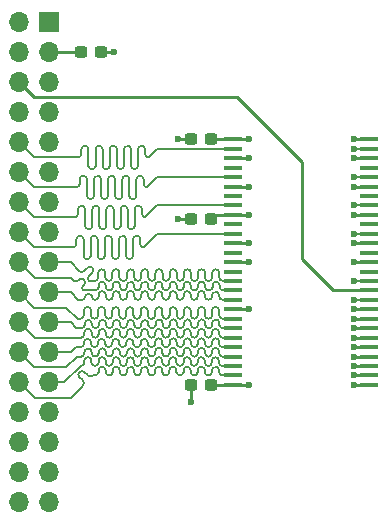
<source format=gtl>
G04 #@! TF.GenerationSoftware,KiCad,Pcbnew,6.0.1*
G04 #@! TF.CreationDate,2022-02-15T02:13:09-08:00*
G04 #@! TF.ProjectId,iCE40-SDRAM,69434534-302d-4534-9452-414d2e6b6963,rev?*
G04 #@! TF.SameCoordinates,Original*
G04 #@! TF.FileFunction,Copper,L1,Top*
G04 #@! TF.FilePolarity,Positive*
%FSLAX46Y46*%
G04 Gerber Fmt 4.6, Leading zero omitted, Abs format (unit mm)*
G04 Created by KiCad (PCBNEW 6.0.1) date 2022-02-15 02:13:09*
%MOMM*%
%LPD*%
G01*
G04 APERTURE LIST*
G04 Aperture macros list*
%AMRoundRect*
0 Rectangle with rounded corners*
0 $1 Rounding radius*
0 $2 $3 $4 $5 $6 $7 $8 $9 X,Y pos of 4 corners*
0 Add a 4 corners polygon primitive as box body*
4,1,4,$2,$3,$4,$5,$6,$7,$8,$9,$2,$3,0*
0 Add four circle primitives for the rounded corners*
1,1,$1+$1,$2,$3*
1,1,$1+$1,$4,$5*
1,1,$1+$1,$6,$7*
1,1,$1+$1,$8,$9*
0 Add four rect primitives between the rounded corners*
20,1,$1+$1,$2,$3,$4,$5,0*
20,1,$1+$1,$4,$5,$6,$7,0*
20,1,$1+$1,$6,$7,$8,$9,0*
20,1,$1+$1,$8,$9,$2,$3,0*%
G04 Aperture macros list end*
G04 #@! TA.AperFunction,SMDPad,CuDef*
%ADD10RoundRect,0.237500X-0.300000X-0.237500X0.300000X-0.237500X0.300000X0.237500X-0.300000X0.237500X0*%
G04 #@! TD*
G04 #@! TA.AperFunction,SMDPad,CuDef*
%ADD11RoundRect,0.237500X0.300000X0.237500X-0.300000X0.237500X-0.300000X-0.237500X0.300000X-0.237500X0*%
G04 #@! TD*
G04 #@! TA.AperFunction,SMDPad,CuDef*
%ADD12R,1.510000X0.458000*%
G04 #@! TD*
G04 #@! TA.AperFunction,ComponentPad*
%ADD13O,1.700000X1.700000*%
G04 #@! TD*
G04 #@! TA.AperFunction,ComponentPad*
%ADD14R,1.700000X1.700000*%
G04 #@! TD*
G04 #@! TA.AperFunction,ViaPad*
%ADD15C,0.600000*%
G04 #@! TD*
G04 #@! TA.AperFunction,Conductor*
%ADD16C,0.127000*%
G04 #@! TD*
G04 #@! TA.AperFunction,Conductor*
%ADD17C,0.254000*%
G04 #@! TD*
G04 APERTURE END LIST*
D10*
X128912500Y-57090000D03*
X127187500Y-57090000D03*
D11*
X138265000Y-85240000D03*
X136540000Y-85240000D03*
X136545000Y-71230000D03*
X138270000Y-71230000D03*
X138270000Y-64440000D03*
X136545000Y-64440000D03*
D12*
X140135000Y-64440000D03*
X140135000Y-65240000D03*
X140135000Y-66040000D03*
X140135000Y-66840000D03*
X140135000Y-67640000D03*
X140135000Y-68440000D03*
X140135000Y-69240000D03*
X140135000Y-70040000D03*
X140135000Y-70840000D03*
X140135000Y-71640000D03*
X140135000Y-72440000D03*
X140135000Y-73240000D03*
X140135000Y-74040000D03*
X140135000Y-74840000D03*
X140135000Y-75640000D03*
X140135000Y-76440000D03*
X140135000Y-77240000D03*
X140135000Y-78040000D03*
X140135000Y-78840000D03*
X140135000Y-79640000D03*
X140135000Y-80440000D03*
X140135000Y-81240000D03*
X140135000Y-82040000D03*
X140135000Y-82840000D03*
X140135000Y-83640000D03*
X140135000Y-84440000D03*
X140135000Y-85240000D03*
X151635000Y-85240000D03*
X151635000Y-84440000D03*
X151635000Y-83640000D03*
X151635000Y-82840000D03*
X151635000Y-82040000D03*
X151635000Y-81240000D03*
X151635000Y-80440000D03*
X151635000Y-79640000D03*
X151635000Y-78840000D03*
X151635000Y-78040000D03*
X151635000Y-77240000D03*
X151635000Y-76440000D03*
X151635000Y-75640000D03*
X151635000Y-74840000D03*
X151635000Y-74040000D03*
X151635000Y-73240000D03*
X151635000Y-72440000D03*
X151635000Y-71640000D03*
X151635000Y-70840000D03*
X151635000Y-70040000D03*
X151635000Y-69240000D03*
X151635000Y-68440000D03*
X151635000Y-67640000D03*
X151635000Y-66840000D03*
X151635000Y-66040000D03*
X151635000Y-65240000D03*
X151635000Y-64440000D03*
D13*
X122000000Y-95190000D03*
X124540000Y-95190000D03*
X122000000Y-92650000D03*
X124540000Y-92650000D03*
X122000000Y-90110000D03*
X124540000Y-90110000D03*
X122000000Y-87570000D03*
X124540000Y-87570000D03*
X122000000Y-85030000D03*
X124540000Y-85030000D03*
X122000000Y-82490000D03*
X124540000Y-82490000D03*
X122000000Y-79950000D03*
X124540000Y-79950000D03*
X122000000Y-77410000D03*
X124540000Y-77410000D03*
X122000000Y-74870000D03*
X124540000Y-74870000D03*
X122000000Y-72330000D03*
X124540000Y-72330000D03*
X122000000Y-69790000D03*
X124540000Y-69790000D03*
X122000000Y-67250000D03*
X124540000Y-67250000D03*
X122000000Y-64710000D03*
X124540000Y-64710000D03*
X122000000Y-62170000D03*
X124540000Y-62170000D03*
X122000000Y-59630000D03*
X124540000Y-59630000D03*
X122000000Y-57090000D03*
X124540000Y-57090000D03*
X122000000Y-54550000D03*
D14*
X124540000Y-54550000D03*
D15*
X136530000Y-86660000D03*
X135420000Y-71230000D03*
X135420000Y-64440000D03*
X130040000Y-57090000D03*
X150315000Y-84440000D03*
X150315000Y-83630000D03*
X150315000Y-82840000D03*
X150315000Y-82040000D03*
X150315000Y-81240000D03*
X150315000Y-80440000D03*
X150315000Y-79640000D03*
X150315000Y-78840000D03*
X150305000Y-78040000D03*
X150315000Y-76440000D03*
X150315000Y-72440000D03*
X150315000Y-70040000D03*
X150325000Y-67640000D03*
X150325000Y-65240000D03*
X141445000Y-66030000D03*
X150315000Y-64440000D03*
X150315000Y-66040000D03*
X150315000Y-68440000D03*
X150315000Y-70840000D03*
X150315000Y-73240000D03*
X150315000Y-74840000D03*
X150315000Y-85240000D03*
X141465000Y-85240000D03*
X141455000Y-78840000D03*
X141465000Y-74840000D03*
X141465000Y-70840000D03*
X141455000Y-73240000D03*
X141455000Y-68440000D03*
X141445000Y-64440000D03*
D16*
X132680000Y-71060000D02*
G75*
G02*
X132380000Y-70760000I0J300000D01*
G01*
X131780000Y-71760000D02*
X131780000Y-70360000D01*
X132380000Y-70360000D02*
X132380000Y-70760000D01*
X132080000Y-70060000D02*
G75*
G03*
X131780000Y-70360000I0J-300000D01*
G01*
X132380000Y-70360000D02*
G75*
G03*
X132080000Y-70060000I-300000J0D01*
G01*
X131920000Y-69220000D02*
G75*
G02*
X131620000Y-69520000I-300000J0D01*
G01*
X131920000Y-69220000D02*
X131920000Y-67820000D01*
X132520000Y-67820000D02*
G75*
G03*
X132220000Y-67520000I-300000J0D01*
G01*
X132220000Y-67520000D02*
G75*
G03*
X131920000Y-67820000I0J-300000D01*
G01*
X132520000Y-67820000D02*
X132520000Y-68220000D01*
X132820000Y-68520000D02*
G75*
G02*
X132520000Y-68220000I0J300000D01*
G01*
X131320000Y-67820000D02*
G75*
G03*
X131020000Y-67520000I-300000J0D01*
G01*
X131020000Y-67520000D02*
G75*
G03*
X130720000Y-67820000I0J-300000D01*
G01*
X130720000Y-69220000D02*
X130720000Y-67820000D01*
X131620000Y-69520000D02*
G75*
G02*
X131320000Y-69220000I0J300000D01*
G01*
X130420000Y-69520000D02*
G75*
G02*
X130120000Y-69220000I0J300000D01*
G01*
X130120000Y-67820000D02*
X130120000Y-69220000D01*
X133700000Y-67640000D02*
X140135000Y-67640000D01*
X130120000Y-67820000D02*
G75*
G03*
X129820000Y-67520000I-300000J0D01*
G01*
X131320000Y-67820000D02*
X131320000Y-69220000D01*
X130720000Y-69220000D02*
G75*
G02*
X130420000Y-69520000I-300000J0D01*
G01*
X129820000Y-67520000D02*
G75*
G03*
X129520000Y-67820000I0J-300000D01*
G01*
X129520000Y-69220000D02*
X129520000Y-67820000D01*
X129520000Y-69220000D02*
G75*
G02*
X129220000Y-69520000I-300000J0D01*
G01*
X129220000Y-69520000D02*
G75*
G02*
X128920000Y-69220000I0J300000D01*
G01*
X122000000Y-67250000D02*
X123270000Y-68520000D01*
X127120000Y-68220000D02*
X127120000Y-67820000D01*
X127120000Y-68220000D02*
G75*
G02*
X126820000Y-68520000I-300000J0D01*
G01*
X128920000Y-67820000D02*
X128920000Y-69220000D01*
X127720000Y-67820000D02*
X127720000Y-69220000D01*
X123270000Y-68520000D02*
X126820000Y-68520000D01*
X127420000Y-67520000D02*
G75*
G03*
X127120000Y-67820000I0J-300000D01*
G01*
X128020000Y-69520000D02*
G75*
G02*
X127720000Y-69220000I0J300000D01*
G01*
X128620000Y-67520000D02*
G75*
G03*
X128320000Y-67820000I0J-300000D01*
G01*
X127720000Y-67820000D02*
G75*
G03*
X127420000Y-67520000I-300000J0D01*
G01*
X128320000Y-69220000D02*
X128320000Y-67820000D01*
X132820000Y-68520000D02*
X133700000Y-67640000D01*
X128320000Y-69220000D02*
G75*
G02*
X128020000Y-69520000I-300000J0D01*
G01*
X128920000Y-67820000D02*
G75*
G03*
X128620000Y-67520000I-300000J0D01*
G01*
X135320000Y-77590000D02*
X135320000Y-77740000D01*
X135620000Y-78040000D02*
G75*
G02*
X135320000Y-77740000I0J300000D01*
G01*
X135920000Y-77740000D02*
G75*
G02*
X135620000Y-78040000I-300000J0D01*
G01*
X134720000Y-77740000D02*
X134720000Y-77590000D01*
X135320000Y-77590000D02*
G75*
G03*
X135020000Y-77290000I-300000J0D01*
G01*
X135920000Y-77740000D02*
X135920000Y-77590000D01*
X131720000Y-77590000D02*
X131720000Y-77740000D01*
X139220000Y-78040000D02*
X139270000Y-78040000D01*
X133820000Y-77290000D02*
G75*
G03*
X133520000Y-77590000I0J-300000D01*
G01*
X131420000Y-77290000D02*
G75*
G03*
X131120000Y-77590000I0J-300000D01*
G01*
X130220000Y-77290000D02*
G75*
G03*
X129920000Y-77590000I0J-300000D01*
G01*
X127820000Y-77540000D02*
X127920000Y-77540000D01*
X124540000Y-77410000D02*
X126340000Y-77410000D01*
X134720000Y-77740000D02*
G75*
G02*
X134420000Y-78040000I-300000J0D01*
G01*
X137420000Y-77290000D02*
G75*
G03*
X137120000Y-77590000I0J-300000D01*
G01*
X136820000Y-78040000D02*
G75*
G02*
X136520000Y-77740000I0J300000D01*
G01*
X137720000Y-77590000D02*
G75*
G03*
X137420000Y-77290000I-300000J0D01*
G01*
X132320000Y-77740000D02*
X132320000Y-77590000D01*
X129320000Y-77590000D02*
G75*
G03*
X129020000Y-77290000I-300000J0D01*
G01*
X138920000Y-77640000D02*
X138920000Y-77740000D01*
X138620000Y-77340000D02*
G75*
G03*
X138320000Y-77640000I0J-300000D01*
G01*
X135020000Y-77290000D02*
G75*
G03*
X134720000Y-77590000I0J-300000D01*
G01*
X138320000Y-77740000D02*
X138320000Y-77640000D01*
X131120000Y-77740000D02*
G75*
G02*
X130820000Y-78040000I-300000J0D01*
G01*
X126340000Y-77410000D02*
X126970000Y-78040000D01*
X136220000Y-77290000D02*
G75*
G03*
X135920000Y-77590000I0J-300000D01*
G01*
X139220000Y-78040000D02*
G75*
G02*
X138920000Y-77740000I0J300000D01*
G01*
X136520000Y-77590000D02*
X136520000Y-77740000D01*
X138320000Y-77740000D02*
G75*
G02*
X138020000Y-78040000I-300000J0D01*
G01*
X127820000Y-77540000D02*
G75*
G03*
X127570000Y-77790000I-1J-249999D01*
G01*
X130820000Y-78040000D02*
G75*
G02*
X130520000Y-77740000I0J300000D01*
G01*
X134420000Y-78040000D02*
G75*
G02*
X134120000Y-77740000I0J300000D01*
G01*
X137720000Y-77590000D02*
X137720000Y-77740000D01*
X131120000Y-77740000D02*
X131120000Y-77590000D01*
X130520000Y-77590000D02*
X130520000Y-77740000D01*
X134120000Y-77590000D02*
X134120000Y-77740000D01*
X138020000Y-78040000D02*
G75*
G02*
X137720000Y-77740000I0J300000D01*
G01*
X134120000Y-77590000D02*
G75*
G03*
X133820000Y-77290000I-300000J0D01*
G01*
X136520000Y-77590000D02*
G75*
G03*
X136220000Y-77290000I-300000J0D01*
G01*
X133520000Y-77740000D02*
X133520000Y-77590000D01*
X133520000Y-77740000D02*
G75*
G02*
X133220000Y-78040000I-300000J0D01*
G01*
X126970000Y-78040000D02*
X127320000Y-78040000D01*
X133220000Y-78040000D02*
G75*
G02*
X132920000Y-77740000I0J300000D01*
G01*
X132920000Y-77590000D02*
G75*
G03*
X132620000Y-77290000I-300000J0D01*
G01*
X132620000Y-77290000D02*
G75*
G03*
X132320000Y-77590000I0J-300000D01*
G01*
X130520000Y-77590000D02*
G75*
G03*
X130220000Y-77290000I-300000J0D01*
G01*
X137120000Y-77740000D02*
G75*
G02*
X136820000Y-78040000I-300000J0D01*
G01*
X129920000Y-77740000D02*
G75*
G02*
X129620000Y-78040000I-300000J0D01*
G01*
X132920000Y-77590000D02*
X132920000Y-77740000D01*
X139270000Y-78040000D02*
X140135000Y-78040000D01*
X132320000Y-77740000D02*
G75*
G02*
X132020000Y-78040000I-300000J0D01*
G01*
X127570000Y-77790000D02*
G75*
G02*
X127320000Y-78040000I-249999J-1D01*
G01*
X128720000Y-77740000D02*
X128720000Y-77590000D01*
X132020000Y-78040000D02*
G75*
G02*
X131720000Y-77740000I0J300000D01*
G01*
X131720000Y-77590000D02*
G75*
G03*
X131420000Y-77290000I-300000J0D01*
G01*
X129920000Y-77740000D02*
X129920000Y-77590000D01*
X129320000Y-77590000D02*
X129320000Y-77740000D01*
X129620000Y-78040000D02*
G75*
G02*
X129320000Y-77740000I0J300000D01*
G01*
X129020000Y-77290000D02*
G75*
G03*
X128720000Y-77590000I0J-300000D01*
G01*
X128170000Y-77790000D02*
G75*
G03*
X127920000Y-77540000I-249999J1D01*
G01*
X138920000Y-77640000D02*
G75*
G03*
X138620000Y-77340000I-300000J0D01*
G01*
X137120000Y-77740000D02*
X137120000Y-77590000D01*
X128720000Y-77740000D02*
G75*
G02*
X128420000Y-78040000I-300000J0D01*
G01*
X128420000Y-78040000D02*
G75*
G02*
X128170000Y-77790000I-1J249999D01*
G01*
D17*
X136540000Y-86650000D02*
X136530000Y-86660000D01*
X136540000Y-85240000D02*
X136540000Y-86650000D01*
X138265000Y-85240000D02*
X140135000Y-85240000D01*
X136545000Y-71230000D02*
X135420000Y-71230000D01*
X138660000Y-70840000D02*
X138270000Y-71230000D01*
X140135000Y-70840000D02*
X138660000Y-70840000D01*
X138270000Y-64440000D02*
X140135000Y-64440000D01*
X136545000Y-64440000D02*
X135420000Y-64440000D01*
X128912500Y-57090000D02*
X130040000Y-57090000D01*
X124540000Y-57090000D02*
X127187500Y-57090000D01*
X122000000Y-59630000D02*
X123270000Y-60900000D01*
X123270000Y-60900000D02*
X140410000Y-60900000D01*
X140410000Y-60900000D02*
X145915000Y-66405000D01*
X145915000Y-66405000D02*
X145915000Y-74620000D01*
X145915000Y-74620000D02*
X148535000Y-77240000D01*
X148535000Y-77240000D02*
X150305000Y-77240000D01*
D16*
X134720000Y-76940000D02*
X134720000Y-76790000D01*
X134120000Y-76790000D02*
X134120000Y-76940000D01*
X129320000Y-76790000D02*
X129320000Y-76940000D01*
X133520000Y-76940000D02*
X133520000Y-76790000D01*
X132920000Y-76790000D02*
X132920000Y-76940000D01*
X132320000Y-76940000D02*
X132320000Y-76790000D01*
X131120000Y-76940000D02*
X131120000Y-76790000D01*
X126995733Y-76391469D02*
G75*
G02*
X126571471Y-76391469I-212131J212131D01*
G01*
X130520000Y-76790000D02*
X130520000Y-76940000D01*
X127490709Y-76320761D02*
G75*
G03*
X127066446Y-76320760I-212132J-212130D01*
G01*
X137720000Y-76790000D02*
G75*
G03*
X137420000Y-76490000I-300000J0D01*
G01*
X127490710Y-76745024D02*
X127420000Y-76815735D01*
X128720000Y-76940000D02*
X128720000Y-76790000D01*
X131720000Y-76790000D02*
G75*
G03*
X131420000Y-76490000I-300000J0D01*
G01*
X127420000Y-76815735D02*
X127419999Y-76815735D01*
X127066445Y-76320760D02*
X127066445Y-76320759D01*
X126995734Y-76391470D02*
X127066445Y-76320760D01*
X122000000Y-74870000D02*
X123290000Y-76160000D01*
X138970000Y-76790000D02*
G75*
G03*
X138670000Y-76490000I-300000J0D01*
G01*
X138670000Y-76490000D02*
G75*
G03*
X138370000Y-76790000I0J-300000D01*
G01*
X138020000Y-77240000D02*
G75*
G02*
X137720000Y-76940000I0J300000D01*
G01*
X133520000Y-76940000D02*
G75*
G02*
X133220000Y-77240000I-300000J0D01*
G01*
X137120000Y-76940000D02*
G75*
G02*
X136820000Y-77240000I-300000J0D01*
G01*
X136820000Y-77240000D02*
G75*
G02*
X136520000Y-76940000I0J300000D01*
G01*
X133220000Y-77240000D02*
G75*
G02*
X132920000Y-76940000I0J300000D01*
G01*
X130520000Y-76790000D02*
G75*
G03*
X130220000Y-76490000I-300000J0D01*
G01*
X127420000Y-77240000D02*
X128420000Y-77240000D01*
X139270000Y-77240000D02*
G75*
G02*
X138970000Y-76940000I0J300000D01*
G01*
X136220000Y-76490000D02*
G75*
G03*
X135920000Y-76790000I0J-300000D01*
G01*
X132020000Y-77240000D02*
G75*
G02*
X131720000Y-76940000I0J300000D01*
G01*
X134420000Y-77240000D02*
G75*
G02*
X134120000Y-76940000I0J300000D01*
G01*
X138370000Y-76940000D02*
X138370000Y-76790000D01*
X134720000Y-76940000D02*
G75*
G02*
X134420000Y-77240000I-300000J0D01*
G01*
X131720000Y-76790000D02*
X131720000Y-76940000D01*
X138970000Y-76790000D02*
X138970000Y-76940000D01*
X129920000Y-76940000D02*
G75*
G02*
X129620000Y-77240000I-300000J0D01*
G01*
X126340000Y-76160000D02*
X126571470Y-76391470D01*
X135620000Y-77240000D02*
G75*
G02*
X135320000Y-76940000I0J300000D01*
G01*
X139320000Y-77240000D02*
X140135000Y-77240000D01*
X130820000Y-77240000D02*
G75*
G02*
X130520000Y-76940000I0J300000D01*
G01*
X127420001Y-77239999D02*
G75*
G02*
X127420000Y-76815736I212130J212132D01*
G01*
X129320000Y-76790000D02*
G75*
G03*
X129020000Y-76490000I-300000J0D01*
G01*
X129020000Y-76490000D02*
G75*
G03*
X128720000Y-76790000I0J-300000D01*
G01*
X131120000Y-76940000D02*
G75*
G02*
X130820000Y-77240000I-300000J0D01*
G01*
X132920000Y-76790000D02*
G75*
G03*
X132620000Y-76490000I-300000J0D01*
G01*
X129620000Y-77240000D02*
G75*
G02*
X129320000Y-76940000I0J300000D01*
G01*
X130220000Y-76490000D02*
G75*
G03*
X129920000Y-76790000I0J-300000D01*
G01*
X135920000Y-76940000D02*
X135920000Y-76790000D01*
X132620000Y-76490000D02*
G75*
G03*
X132320000Y-76790000I0J-300000D01*
G01*
X123290000Y-76160000D02*
X126340000Y-76160000D01*
X137720000Y-76790000D02*
X137720000Y-76940000D01*
X128720000Y-76940000D02*
G75*
G02*
X128420000Y-77240000I-300000J0D01*
G01*
X133820000Y-76490000D02*
G75*
G03*
X133520000Y-76790000I0J-300000D01*
G01*
X129920000Y-76940000D02*
X129920000Y-76790000D01*
X132320000Y-76940000D02*
G75*
G02*
X132020000Y-77240000I-300000J0D01*
G01*
X138370000Y-76940000D02*
G75*
G02*
X138070000Y-77240000I-300000J0D01*
G01*
X136520000Y-76790000D02*
G75*
G03*
X136220000Y-76490000I-300000J0D01*
G01*
X131420000Y-76490000D02*
G75*
G03*
X131120000Y-76790000I0J-300000D01*
G01*
X134120000Y-76790000D02*
G75*
G03*
X133820000Y-76490000I-300000J0D01*
G01*
X135020000Y-76490000D02*
G75*
G03*
X134720000Y-76790000I0J-300000D01*
G01*
X135320000Y-76790000D02*
G75*
G03*
X135020000Y-76490000I-300000J0D01*
G01*
X137420000Y-76490000D02*
G75*
G03*
X137120000Y-76790000I0J-300000D01*
G01*
X127490709Y-76745023D02*
G75*
G03*
X127490709Y-76320761I-212131J212131D01*
G01*
X135920000Y-76940000D02*
G75*
G02*
X135620000Y-77240000I-300000J0D01*
G01*
X137120000Y-76940000D02*
X137120000Y-76790000D01*
X135320000Y-76790000D02*
X135320000Y-76940000D01*
X136520000Y-76790000D02*
X136520000Y-76940000D01*
X138020000Y-77240000D02*
X138070000Y-77240000D01*
X139270000Y-77240000D02*
X139320000Y-77240000D01*
X133530000Y-76140000D02*
X133530000Y-75740000D01*
X131730000Y-75740000D02*
X131730000Y-76140000D01*
X127910000Y-76015735D02*
X127909999Y-76015735D01*
X134730000Y-76140000D02*
X134730000Y-75740000D01*
X126340000Y-74870000D02*
X127061470Y-75591470D01*
X138630000Y-75440000D02*
G75*
G03*
X138330000Y-75740000I0J-300000D01*
G01*
X138030000Y-76440000D02*
G75*
G02*
X137730000Y-76140000I0J300000D01*
G01*
X128680000Y-76140000D02*
X128680000Y-75740000D01*
X138930000Y-75740000D02*
X138930000Y-76140000D01*
X137730000Y-75740000D02*
G75*
G03*
X137430000Y-75440000I-300000J0D01*
G01*
X137430000Y-75440000D02*
G75*
G03*
X137130000Y-75740000I0J-300000D01*
G01*
X129280000Y-75740000D02*
G75*
G03*
X128980000Y-75440000I-300000J0D01*
G01*
X136230000Y-75440000D02*
G75*
G03*
X135930000Y-75740000I0J-300000D01*
G01*
X129280000Y-75740000D02*
X129280000Y-76140000D01*
X129880000Y-76140000D02*
G75*
G02*
X129580000Y-76440000I-300000J0D01*
G01*
X131130000Y-76140000D02*
G75*
G02*
X130830000Y-76440000I-300000J0D01*
G01*
X128680000Y-76140000D02*
G75*
G02*
X128380000Y-76440000I-300000J0D01*
G01*
X127485733Y-75591469D02*
G75*
G02*
X127061471Y-75591469I-212131J212131D01*
G01*
X133230000Y-76440000D02*
G75*
G02*
X132930000Y-76140000I0J300000D01*
G01*
X137130000Y-76140000D02*
G75*
G02*
X136830000Y-76440000I-300000J0D01*
G01*
X133830000Y-75440000D02*
G75*
G03*
X133530000Y-75740000I0J-300000D01*
G01*
X135630000Y-76440000D02*
G75*
G02*
X135330000Y-76140000I0J300000D01*
G01*
X130780000Y-76440000D02*
X130830000Y-76440000D01*
X134130000Y-75740000D02*
G75*
G03*
X133830000Y-75440000I-300000J0D01*
G01*
X130780000Y-76440000D02*
G75*
G02*
X130480000Y-76140000I0J300000D01*
G01*
X129880000Y-76140000D02*
X129880000Y-75740000D01*
X131130000Y-76140000D02*
X131130000Y-75740000D01*
X132630000Y-75440000D02*
G75*
G03*
X132330000Y-75740000I0J-300000D01*
G01*
X135330000Y-75740000D02*
X135330000Y-76140000D01*
X132330000Y-76140000D02*
G75*
G02*
X132030000Y-76440000I-300000J0D01*
G01*
X127485734Y-75591470D02*
X127768577Y-75308628D01*
X138930000Y-75740000D02*
G75*
G03*
X138630000Y-75440000I-300000J0D01*
G01*
X129580000Y-76440000D02*
G75*
G02*
X129280000Y-76140000I0J300000D01*
G01*
X130480000Y-75740000D02*
X130480000Y-76140000D01*
X138330000Y-76140000D02*
X138330000Y-75740000D01*
X130480000Y-75740000D02*
G75*
G03*
X130180000Y-75440000I-300000J0D01*
G01*
X134130000Y-75740000D02*
X134130000Y-76140000D01*
X128980000Y-75440000D02*
G75*
G03*
X128680000Y-75740000I0J-300000D01*
G01*
X133530000Y-76140000D02*
G75*
G02*
X133230000Y-76440000I-300000J0D01*
G01*
X127910001Y-76439999D02*
G75*
G02*
X127910000Y-76015736I212130J212132D01*
G01*
X136830000Y-76440000D02*
G75*
G02*
X136530000Y-76140000I0J300000D01*
G01*
X128192841Y-75732891D02*
G75*
G03*
X128192841Y-75308629I-212131J212131D01*
G01*
X136530000Y-75740000D02*
G75*
G03*
X136230000Y-75440000I-300000J0D01*
G01*
X134730000Y-76140000D02*
G75*
G02*
X134430000Y-76440000I-300000J0D01*
G01*
X128192841Y-75308629D02*
G75*
G03*
X127768578Y-75308628I-212132J-212130D01*
G01*
X128192842Y-75732892D02*
X127910000Y-76015735D01*
X132030000Y-76440000D02*
G75*
G02*
X131730000Y-76140000I0J300000D01*
G01*
X124540000Y-74870000D02*
X126340000Y-74870000D01*
X131430000Y-75440000D02*
G75*
G03*
X131130000Y-75740000I0J-300000D01*
G01*
X131730000Y-75740000D02*
G75*
G03*
X131430000Y-75440000I-300000J0D01*
G01*
X130180000Y-75440000D02*
G75*
G03*
X129880000Y-75740000I0J-300000D01*
G01*
X132330000Y-76140000D02*
X132330000Y-75740000D01*
X127910000Y-76440000D02*
X128380000Y-76440000D01*
X132930000Y-75740000D02*
G75*
G03*
X132630000Y-75440000I-300000J0D01*
G01*
X127768577Y-75308628D02*
X127768577Y-75308627D01*
X135930000Y-76140000D02*
X135930000Y-75740000D01*
X139230000Y-76440000D02*
G75*
G02*
X138930000Y-76140000I0J300000D01*
G01*
X135030000Y-75440000D02*
G75*
G03*
X134730000Y-75740000I0J-300000D01*
G01*
X134430000Y-76440000D02*
G75*
G02*
X134130000Y-76140000I0J300000D01*
G01*
X132930000Y-75740000D02*
X132930000Y-76140000D01*
X138330000Y-76140000D02*
G75*
G02*
X138030000Y-76440000I-300000J0D01*
G01*
X135930000Y-76140000D02*
G75*
G02*
X135630000Y-76440000I-300000J0D01*
G01*
X135330000Y-75740000D02*
G75*
G03*
X135030000Y-75440000I-300000J0D01*
G01*
X136530000Y-75740000D02*
X136530000Y-76140000D01*
X137130000Y-76140000D02*
X137130000Y-75740000D01*
X137730000Y-75740000D02*
X137730000Y-76140000D01*
X139230000Y-76440000D02*
X139280000Y-76440000D01*
X139280000Y-76440000D02*
X140135000Y-76440000D01*
X135310000Y-83990000D02*
X135310000Y-84140000D01*
X134110000Y-83990000D02*
X134110000Y-84140000D01*
X130510000Y-83990000D02*
X130510000Y-84140000D01*
X132910000Y-83990000D02*
X132910000Y-84140000D01*
X131110000Y-84140000D02*
X131110000Y-83990000D01*
X134710000Y-84140000D02*
X134710000Y-83990000D01*
X133210000Y-84440000D02*
G75*
G02*
X132910000Y-84140000I0J300000D01*
G01*
X128710000Y-84140000D02*
G75*
G02*
X128410000Y-84440000I-300000J0D01*
G01*
X129910000Y-84140000D02*
X129910000Y-83990000D01*
X136210000Y-83690000D02*
G75*
G03*
X135910000Y-83990000I0J-300000D01*
G01*
X129310000Y-83990000D02*
X129310000Y-84140000D01*
X128220000Y-84440000D02*
X128410000Y-84440000D01*
X127795735Y-84440000D02*
X127795734Y-84440000D01*
X127371470Y-84864263D02*
X127088628Y-84581421D01*
X138610000Y-83690000D02*
G75*
G03*
X138310000Y-83990000I0J-300000D01*
G01*
X138010000Y-84440000D02*
G75*
G02*
X137710000Y-84140000I0J300000D01*
G01*
X137110000Y-84140000D02*
X137110000Y-83990000D01*
X139210000Y-84440000D02*
G75*
G02*
X138910000Y-84140000I0J300000D01*
G01*
X135310000Y-83990000D02*
G75*
G03*
X135010000Y-83690000I-300000J0D01*
G01*
X137710000Y-83990000D02*
G75*
G03*
X137410000Y-83690000I-300000J0D01*
G01*
X136510000Y-83990000D02*
G75*
G03*
X136210000Y-83690000I-300000J0D01*
G01*
X137110000Y-84140000D02*
G75*
G02*
X136810000Y-84440000I-300000J0D01*
G01*
X132310000Y-84140000D02*
X132310000Y-83990000D01*
X131710000Y-83990000D02*
X131710000Y-84140000D01*
X126340000Y-86320000D02*
X127371470Y-85288527D01*
X136810000Y-84440000D02*
G75*
G02*
X136510000Y-84140000I0J300000D01*
G01*
X134410000Y-84440000D02*
G75*
G02*
X134110000Y-84140000I0J300000D01*
G01*
X133510000Y-84140000D02*
X133510000Y-83990000D01*
X131110000Y-84140000D02*
G75*
G02*
X130810000Y-84440000I-300000J0D01*
G01*
X123290000Y-86320000D02*
X126340000Y-86320000D01*
X131710000Y-83990000D02*
G75*
G03*
X131410000Y-83690000I-300000J0D01*
G01*
X129010000Y-83690000D02*
G75*
G03*
X128710000Y-83990000I0J-300000D01*
G01*
X130210000Y-83690000D02*
G75*
G03*
X129910000Y-83990000I0J-300000D01*
G01*
X128710000Y-84140000D02*
X128710000Y-83990000D01*
X129310000Y-83990000D02*
G75*
G03*
X129010000Y-83690000I-300000J0D01*
G01*
X130510000Y-83990000D02*
G75*
G03*
X130210000Y-83690000I-300000J0D01*
G01*
X127371469Y-84864264D02*
G75*
G02*
X127371469Y-85288526I-212131J-212131D01*
G01*
X130810000Y-84440000D02*
G75*
G02*
X130510000Y-84140000I0J300000D01*
G01*
X135010000Y-83690000D02*
G75*
G03*
X134710000Y-83990000I0J-300000D01*
G01*
X122000000Y-85030000D02*
X123290000Y-86320000D01*
X133510000Y-84140000D02*
G75*
G02*
X133210000Y-84440000I-300000J0D01*
G01*
X128220000Y-84440000D02*
G75*
G02*
X127795734Y-84440000I-212133J212134D01*
G01*
X137410000Y-83690000D02*
G75*
G03*
X137110000Y-83990000I0J-300000D01*
G01*
X127512891Y-84157158D02*
G75*
G03*
X127088629Y-84157158I-212131J-212131D01*
G01*
X134110000Y-83990000D02*
G75*
G03*
X133810000Y-83690000I-300000J0D01*
G01*
X127512892Y-84157157D02*
X127795735Y-84440000D01*
X131410000Y-83690000D02*
G75*
G03*
X131110000Y-83990000I0J-300000D01*
G01*
X129610000Y-84440000D02*
G75*
G02*
X129310000Y-84140000I0J300000D01*
G01*
X129910000Y-84140000D02*
G75*
G02*
X129610000Y-84440000I-300000J0D01*
G01*
X132310000Y-84140000D02*
G75*
G02*
X132010000Y-84440000I-300000J0D01*
G01*
X132610000Y-83690000D02*
G75*
G03*
X132310000Y-83990000I0J-300000D01*
G01*
X132910000Y-83990000D02*
G75*
G03*
X132610000Y-83690000I-300000J0D01*
G01*
X135910000Y-84140000D02*
G75*
G02*
X135610000Y-84440000I-300000J0D01*
G01*
X133810000Y-83690000D02*
G75*
G03*
X133510000Y-83990000I0J-300000D01*
G01*
X138310000Y-84140000D02*
G75*
G02*
X138010000Y-84440000I-300000J0D01*
G01*
X135910000Y-84140000D02*
X135910000Y-83990000D01*
X132010000Y-84440000D02*
G75*
G02*
X131710000Y-84140000I0J300000D01*
G01*
X138910000Y-83990000D02*
G75*
G03*
X138610000Y-83690000I-300000J0D01*
G01*
X134710000Y-84140000D02*
G75*
G02*
X134410000Y-84440000I-300000J0D01*
G01*
X127088629Y-84157158D02*
G75*
G03*
X127088629Y-84581420I212131J-212131D01*
G01*
X135610000Y-84440000D02*
G75*
G02*
X135310000Y-84140000I0J300000D01*
G01*
X136510000Y-83990000D02*
X136510000Y-84140000D01*
X137710000Y-83990000D02*
X137710000Y-84140000D01*
X138310000Y-84140000D02*
X138310000Y-83990000D01*
X138910000Y-83990000D02*
X138910000Y-84140000D01*
X139210000Y-84440000D02*
X139260000Y-84440000D01*
X139260000Y-84440000D02*
X140135000Y-84440000D01*
X135910000Y-83340000D02*
X135910000Y-83190000D01*
X135310000Y-83190000D02*
X135310000Y-83340000D01*
X129910000Y-83340000D02*
X129910000Y-83190000D01*
X128710000Y-83340000D02*
X128710000Y-83190000D01*
X129310000Y-83190000D02*
X129310000Y-83340000D01*
X132310000Y-83340000D02*
G75*
G02*
X132010000Y-83640000I-300000J0D01*
G01*
X128110000Y-83190000D02*
X128110000Y-83340000D01*
X127510000Y-83340000D02*
X127510000Y-83190000D01*
X127200000Y-83640000D02*
X127210000Y-83640000D01*
X134410000Y-83640000D02*
G75*
G02*
X134110000Y-83340000I0J300000D01*
G01*
X125810000Y-85030000D02*
X127200000Y-83640000D01*
X134710000Y-83340000D02*
G75*
G02*
X134410000Y-83640000I-300000J0D01*
G01*
X139210000Y-83640000D02*
G75*
G02*
X138910000Y-83340000I0J300000D01*
G01*
X136510000Y-83190000D02*
X136510000Y-83340000D01*
X138910000Y-83190000D02*
G75*
G03*
X138610000Y-82890000I-300000J0D01*
G01*
X138310000Y-83340000D02*
G75*
G02*
X138010000Y-83640000I-300000J0D01*
G01*
X138010000Y-83640000D02*
G75*
G02*
X137710000Y-83340000I0J300000D01*
G01*
X135910000Y-83340000D02*
G75*
G02*
X135610000Y-83640000I-300000J0D01*
G01*
X137710000Y-83190000D02*
G75*
G03*
X137410000Y-82890000I-300000J0D01*
G01*
X130510000Y-83190000D02*
X130510000Y-83340000D01*
X138610000Y-82890000D02*
G75*
G03*
X138310000Y-83190000I0J-300000D01*
G01*
X137410000Y-82890000D02*
G75*
G03*
X137110000Y-83190000I0J-300000D01*
G01*
X134110000Y-83190000D02*
X134110000Y-83340000D01*
X131110000Y-83340000D02*
X131110000Y-83190000D01*
X137110000Y-83340000D02*
G75*
G02*
X136810000Y-83640000I-300000J0D01*
G01*
X136210000Y-82890000D02*
G75*
G03*
X135910000Y-83190000I0J-300000D01*
G01*
X136510000Y-83190000D02*
G75*
G03*
X136210000Y-82890000I-300000J0D01*
G01*
X132310000Y-83340000D02*
X132310000Y-83190000D01*
X134710000Y-83340000D02*
X134710000Y-83190000D01*
X129010000Y-82890000D02*
G75*
G03*
X128710000Y-83190000I0J-300000D01*
G01*
X131410000Y-82890000D02*
G75*
G03*
X131110000Y-83190000I0J-300000D01*
G01*
X129910000Y-83340000D02*
G75*
G02*
X129610000Y-83640000I-300000J0D01*
G01*
X132010000Y-83640000D02*
G75*
G02*
X131710000Y-83340000I0J300000D01*
G01*
X133510000Y-83340000D02*
X133510000Y-83190000D01*
X132910000Y-83190000D02*
X132910000Y-83340000D01*
X124540000Y-85030000D02*
X125810000Y-85030000D01*
X130810000Y-83640000D02*
G75*
G02*
X130510000Y-83340000I0J300000D01*
G01*
X136810000Y-83640000D02*
G75*
G02*
X136510000Y-83340000I0J300000D01*
G01*
X130510000Y-83190000D02*
G75*
G03*
X130210000Y-82890000I-300000J0D01*
G01*
X127510000Y-83340000D02*
G75*
G02*
X127210000Y-83640000I-300000J0D01*
G01*
X131110000Y-83340000D02*
G75*
G02*
X130810000Y-83640000I-300000J0D01*
G01*
X128710000Y-83340000D02*
G75*
G02*
X128410000Y-83640000I-300000J0D01*
G01*
X128110000Y-83190000D02*
G75*
G03*
X127810000Y-82890000I-300000J0D01*
G01*
X135310000Y-83190000D02*
G75*
G03*
X135010000Y-82890000I-300000J0D01*
G01*
X133210000Y-83640000D02*
G75*
G02*
X132910000Y-83340000I0J300000D01*
G01*
X129310000Y-83190000D02*
G75*
G03*
X129010000Y-82890000I-300000J0D01*
G01*
X131710000Y-83190000D02*
G75*
G03*
X131410000Y-82890000I-300000J0D01*
G01*
X130210000Y-82890000D02*
G75*
G03*
X129910000Y-83190000I0J-300000D01*
G01*
X128410000Y-83640000D02*
G75*
G02*
X128110000Y-83340000I0J300000D01*
G01*
X132910000Y-83190000D02*
G75*
G03*
X132610000Y-82890000I-300000J0D01*
G01*
X131710000Y-83190000D02*
X131710000Y-83340000D01*
X127810000Y-82890000D02*
G75*
G03*
X127510000Y-83190000I0J-300000D01*
G01*
X133510000Y-83340000D02*
G75*
G02*
X133210000Y-83640000I-300000J0D01*
G01*
X137710000Y-83190000D02*
X137710000Y-83340000D01*
X133810000Y-82890000D02*
G75*
G03*
X133510000Y-83190000I0J-300000D01*
G01*
X134110000Y-83190000D02*
G75*
G03*
X133810000Y-82890000I-300000J0D01*
G01*
X135010000Y-82890000D02*
G75*
G03*
X134710000Y-83190000I0J-300000D01*
G01*
X132610000Y-82890000D02*
G75*
G03*
X132310000Y-83190000I0J-300000D01*
G01*
X129610000Y-83640000D02*
G75*
G02*
X129310000Y-83340000I0J300000D01*
G01*
X135610000Y-83640000D02*
G75*
G02*
X135310000Y-83340000I0J300000D01*
G01*
X137110000Y-83340000D02*
X137110000Y-83190000D01*
X138310000Y-83340000D02*
X138310000Y-83190000D01*
X138910000Y-83190000D02*
X138910000Y-83340000D01*
X139210000Y-83640000D02*
X139260000Y-83640000D01*
X139260000Y-83640000D02*
X140135000Y-83640000D01*
X134120000Y-82390000D02*
X134120000Y-82540000D01*
X132920000Y-82440000D02*
X132920000Y-82540000D01*
X122000000Y-82490000D02*
X123250000Y-83740000D01*
X132320000Y-82540000D02*
X132320000Y-82440000D01*
X131120000Y-82540000D02*
X131120000Y-82440000D01*
X138320000Y-82540000D02*
X138320000Y-82390000D01*
X135920000Y-82540000D02*
X135920000Y-82390000D01*
X137420000Y-82090000D02*
G75*
G03*
X137120000Y-82390000I0J-300000D01*
G01*
X130520000Y-82440000D02*
X130520000Y-82540000D01*
X128420000Y-82840000D02*
G75*
G02*
X128120000Y-82540000I0J300000D01*
G01*
X128120000Y-82440000D02*
X128120000Y-82540000D01*
X127520000Y-82540000D02*
X127520000Y-82440000D01*
X126850000Y-82840000D02*
X127220000Y-82840000D01*
X132920000Y-82440000D02*
G75*
G03*
X132620000Y-82140000I-300000J0D01*
G01*
X128720000Y-82540000D02*
X128720000Y-82440000D01*
X125950000Y-83740000D02*
X126850000Y-82840000D01*
X128120000Y-82440000D02*
G75*
G03*
X127820000Y-82140000I-300000J0D01*
G01*
X129920000Y-82540000D02*
X129920000Y-82440000D01*
X123250000Y-83740000D02*
X125950000Y-83740000D01*
X139220000Y-82840000D02*
G75*
G02*
X138920000Y-82540000I0J300000D01*
G01*
X138320000Y-82540000D02*
G75*
G02*
X138020000Y-82840000I-300000J0D01*
G01*
X138020000Y-82840000D02*
G75*
G02*
X137720000Y-82540000I0J300000D01*
G01*
X137120000Y-82540000D02*
G75*
G02*
X136820000Y-82840000I-300000J0D01*
G01*
X137720000Y-82390000D02*
X137720000Y-82540000D01*
X136520000Y-82390000D02*
G75*
G03*
X136220000Y-82090000I-300000J0D01*
G01*
X136220000Y-82090000D02*
G75*
G03*
X135920000Y-82390000I0J-300000D01*
G01*
X138920000Y-82390000D02*
G75*
G03*
X138620000Y-82090000I-300000J0D01*
G01*
X135920000Y-82540000D02*
G75*
G02*
X135620000Y-82840000I-300000J0D01*
G01*
X131720000Y-82440000D02*
G75*
G03*
X131420000Y-82140000I-300000J0D01*
G01*
X137120000Y-82540000D02*
X137120000Y-82390000D01*
X130520000Y-82440000D02*
G75*
G03*
X130220000Y-82140000I-300000J0D01*
G01*
X129020000Y-82140000D02*
G75*
G03*
X128720000Y-82440000I0J-300000D01*
G01*
X128720000Y-82540000D02*
G75*
G02*
X128420000Y-82840000I-300000J0D01*
G01*
X132020000Y-82840000D02*
G75*
G02*
X131720000Y-82540000I0J300000D01*
G01*
X133520000Y-82540000D02*
X133520000Y-82390000D01*
X129320000Y-82440000D02*
X129320000Y-82540000D01*
X133820000Y-82090000D02*
G75*
G03*
X133520000Y-82390000I0J-300000D01*
G01*
X138620000Y-82090000D02*
G75*
G03*
X138320000Y-82390000I0J-300000D01*
G01*
X135020000Y-82090000D02*
G75*
G03*
X134720000Y-82390000I0J-300000D01*
G01*
X135620000Y-82840000D02*
G75*
G02*
X135320000Y-82540000I0J300000D01*
G01*
X137720000Y-82390000D02*
G75*
G03*
X137420000Y-82090000I-300000J0D01*
G01*
X130220000Y-82140000D02*
G75*
G03*
X129920000Y-82440000I0J-300000D01*
G01*
X135320000Y-82390000D02*
X135320000Y-82540000D01*
X136820000Y-82840000D02*
G75*
G02*
X136520000Y-82540000I0J300000D01*
G01*
X129920000Y-82540000D02*
G75*
G02*
X129620000Y-82840000I-300000J0D01*
G01*
X131720000Y-82440000D02*
X131720000Y-82540000D01*
X127820000Y-82140000D02*
G75*
G03*
X127520000Y-82440000I0J-300000D01*
G01*
X131120000Y-82540000D02*
G75*
G02*
X130820000Y-82840000I-300000J0D01*
G01*
X131420000Y-82140000D02*
G75*
G03*
X131120000Y-82440000I0J-300000D01*
G01*
X132320000Y-82540000D02*
G75*
G02*
X132020000Y-82840000I-300000J0D01*
G01*
X135320000Y-82390000D02*
G75*
G03*
X135020000Y-82090000I-300000J0D01*
G01*
X129620000Y-82840000D02*
G75*
G02*
X129320000Y-82540000I0J300000D01*
G01*
X127520000Y-82540000D02*
G75*
G02*
X127220000Y-82840000I-300000J0D01*
G01*
X132620000Y-82140000D02*
G75*
G03*
X132320000Y-82440000I0J-300000D01*
G01*
X133220000Y-82840000D02*
G75*
G02*
X132920000Y-82540000I0J300000D01*
G01*
X129320000Y-82440000D02*
G75*
G03*
X129020000Y-82140000I-300000J0D01*
G01*
X133520000Y-82540000D02*
G75*
G02*
X133220000Y-82840000I-300000J0D01*
G01*
X134420000Y-82840000D02*
G75*
G02*
X134120000Y-82540000I0J300000D01*
G01*
X130820000Y-82840000D02*
G75*
G02*
X130520000Y-82540000I0J300000D01*
G01*
X134120000Y-82390000D02*
G75*
G03*
X133820000Y-82090000I-300000J0D01*
G01*
X138920000Y-82390000D02*
X138920000Y-82540000D01*
X134720000Y-82540000D02*
X134720000Y-82390000D01*
X134720000Y-82540000D02*
G75*
G02*
X134420000Y-82840000I-300000J0D01*
G01*
X136520000Y-82390000D02*
X136520000Y-82540000D01*
X139220000Y-82840000D02*
X139270000Y-82840000D01*
X139270000Y-82840000D02*
X140135000Y-82840000D01*
X135920000Y-81740000D02*
X135920000Y-81590000D01*
X133520000Y-81740000D02*
X133520000Y-81590000D01*
X136520000Y-81590000D02*
X136520000Y-81740000D01*
X133170000Y-82040000D02*
X133220000Y-82040000D01*
X128070000Y-81640000D02*
X128070000Y-81740000D01*
X131670000Y-81640000D02*
X131670000Y-81740000D01*
X126340000Y-82490000D02*
X126790000Y-82040000D01*
X133820000Y-81290000D02*
G75*
G03*
X133520000Y-81590000I0J-300000D01*
G01*
X137120000Y-81740000D02*
X137120000Y-81590000D01*
X137720000Y-81590000D02*
X137720000Y-81740000D01*
X139220000Y-82040000D02*
G75*
G02*
X138920000Y-81740000I0J300000D01*
G01*
X126790000Y-82040000D02*
X127170000Y-82040000D01*
X124540000Y-82490000D02*
X126340000Y-82490000D01*
X138920000Y-81590000D02*
G75*
G03*
X138620000Y-81290000I-300000J0D01*
G01*
X135320000Y-81590000D02*
X135320000Y-81740000D01*
X137420000Y-81290000D02*
G75*
G03*
X137120000Y-81590000I0J-300000D01*
G01*
X136820000Y-82040000D02*
G75*
G02*
X136520000Y-81740000I0J300000D01*
G01*
X136220000Y-81290000D02*
G75*
G03*
X135920000Y-81590000I0J-300000D01*
G01*
X130470000Y-81640000D02*
G75*
G03*
X130170000Y-81340000I-300000J0D01*
G01*
X128670000Y-81740000D02*
G75*
G02*
X128370000Y-82040000I-300000J0D01*
G01*
X139270000Y-82040000D02*
X140135000Y-82040000D01*
X132870000Y-81640000D02*
X132870000Y-81740000D01*
X127470000Y-81740000D02*
G75*
G02*
X127170000Y-82040000I-300000J0D01*
G01*
X132270000Y-81740000D02*
G75*
G02*
X131970000Y-82040000I-300000J0D01*
G01*
X134120000Y-81590000D02*
X134120000Y-81740000D01*
X138620000Y-81290000D02*
G75*
G03*
X138320000Y-81590000I0J-300000D01*
G01*
X132570000Y-81340000D02*
G75*
G03*
X132270000Y-81640000I0J-300000D01*
G01*
X129870000Y-81740000D02*
G75*
G02*
X129570000Y-82040000I-300000J0D01*
G01*
X130170000Y-81340000D02*
G75*
G03*
X129870000Y-81640000I0J-300000D01*
G01*
X133520000Y-81740000D02*
G75*
G02*
X133220000Y-82040000I-300000J0D01*
G01*
X134720000Y-81740000D02*
X134720000Y-81590000D01*
X129270000Y-81640000D02*
G75*
G03*
X128970000Y-81340000I-300000J0D01*
G01*
X130770000Y-82040000D02*
G75*
G02*
X130470000Y-81740000I0J300000D01*
G01*
X128970000Y-81340000D02*
G75*
G03*
X128670000Y-81640000I0J-300000D01*
G01*
X129570000Y-82040000D02*
G75*
G02*
X129270000Y-81740000I0J300000D01*
G01*
X138020000Y-82040000D02*
G75*
G02*
X137720000Y-81740000I0J300000D01*
G01*
X129870000Y-81740000D02*
X129870000Y-81640000D01*
X135620000Y-82040000D02*
G75*
G02*
X135320000Y-81740000I0J300000D01*
G01*
X134720000Y-81740000D02*
G75*
G02*
X134420000Y-82040000I-300000J0D01*
G01*
X128070000Y-81640000D02*
G75*
G03*
X127770000Y-81340000I-300000J0D01*
G01*
X128370000Y-82040000D02*
G75*
G02*
X128070000Y-81740000I0J300000D01*
G01*
X134120000Y-81590000D02*
G75*
G03*
X133820000Y-81290000I-300000J0D01*
G01*
X127770000Y-81340000D02*
G75*
G03*
X127470000Y-81640000I0J-300000D01*
G01*
X135920000Y-81740000D02*
G75*
G02*
X135620000Y-82040000I-300000J0D01*
G01*
X132270000Y-81740000D02*
X132270000Y-81640000D01*
X130470000Y-81640000D02*
X130470000Y-81740000D01*
X131370000Y-81340000D02*
G75*
G03*
X131070000Y-81640000I0J-300000D01*
G01*
X136520000Y-81590000D02*
G75*
G03*
X136220000Y-81290000I-300000J0D01*
G01*
X131670000Y-81640000D02*
G75*
G03*
X131370000Y-81340000I-300000J0D01*
G01*
X127470000Y-81740000D02*
X127470000Y-81640000D01*
X138320000Y-81740000D02*
G75*
G02*
X138020000Y-82040000I-300000J0D01*
G01*
X131970000Y-82040000D02*
G75*
G02*
X131670000Y-81740000I0J300000D01*
G01*
X128670000Y-81740000D02*
X128670000Y-81640000D01*
X137720000Y-81590000D02*
G75*
G03*
X137420000Y-81290000I-300000J0D01*
G01*
X129270000Y-81640000D02*
X129270000Y-81740000D01*
X132870000Y-81640000D02*
G75*
G03*
X132570000Y-81340000I-300000J0D01*
G01*
X131070000Y-81740000D02*
G75*
G02*
X130770000Y-82040000I-300000J0D01*
G01*
X137120000Y-81740000D02*
G75*
G02*
X136820000Y-82040000I-300000J0D01*
G01*
X133170000Y-82040000D02*
G75*
G02*
X132870000Y-81740000I0J300000D01*
G01*
X134420000Y-82040000D02*
G75*
G02*
X134120000Y-81740000I0J300000D01*
G01*
X135320000Y-81590000D02*
G75*
G03*
X135020000Y-81290000I-300000J0D01*
G01*
X135020000Y-81290000D02*
G75*
G03*
X134720000Y-81590000I0J-300000D01*
G01*
X131070000Y-81740000D02*
X131070000Y-81640000D01*
X138320000Y-81740000D02*
X138320000Y-81590000D01*
X138920000Y-81590000D02*
X138920000Y-81740000D01*
X139220000Y-82040000D02*
X139270000Y-82040000D01*
X136520000Y-80790000D02*
X136520000Y-80940000D01*
X128120000Y-80790000D02*
G75*
G03*
X127820000Y-80490000I-300000J0D01*
G01*
X134120000Y-80790000D02*
X134120000Y-80940000D01*
X135920000Y-80940000D02*
X135920000Y-80790000D01*
X130520000Y-80790000D02*
X130520000Y-80940000D01*
X133520000Y-80940000D02*
X133520000Y-80790000D01*
X128120000Y-80790000D02*
X128120000Y-80940000D01*
X129920000Y-80940000D02*
X129920000Y-80790000D01*
X128720000Y-80940000D02*
X128720000Y-80790000D01*
X134720000Y-80940000D02*
X134720000Y-80790000D01*
X127520000Y-80940000D02*
X127520000Y-80790000D01*
X139220000Y-81240000D02*
G75*
G02*
X138920000Y-80940000I0J300000D01*
G01*
X134720000Y-80940000D02*
G75*
G02*
X134420000Y-81240000I-300000J0D01*
G01*
X138920000Y-80790000D02*
G75*
G03*
X138620000Y-80490000I-300000J0D01*
G01*
X136820000Y-81240000D02*
G75*
G02*
X136520000Y-80940000I0J300000D01*
G01*
X131420000Y-80490000D02*
G75*
G03*
X131120000Y-80790000I0J-300000D01*
G01*
X138620000Y-80490000D02*
G75*
G03*
X138320000Y-80790000I0J-300000D01*
G01*
X137720000Y-80790000D02*
G75*
G03*
X137420000Y-80490000I-300000J0D01*
G01*
X132920000Y-80790000D02*
X132920000Y-80940000D01*
X132320000Y-80940000D02*
G75*
G02*
X132020000Y-81240000I-300000J0D01*
G01*
X137420000Y-80490000D02*
G75*
G03*
X137120000Y-80790000I0J-300000D01*
G01*
X137120000Y-80940000D02*
G75*
G02*
X136820000Y-81240000I-300000J0D01*
G01*
X136220000Y-80490000D02*
G75*
G03*
X135920000Y-80790000I0J-300000D01*
G01*
X132020000Y-81240000D02*
G75*
G02*
X131720000Y-80940000I0J300000D01*
G01*
X135620000Y-81240000D02*
G75*
G02*
X135320000Y-80940000I0J300000D01*
G01*
X138020000Y-81240000D02*
G75*
G02*
X137720000Y-80940000I0J300000D01*
G01*
X129320000Y-80790000D02*
G75*
G03*
X129020000Y-80490000I-300000J0D01*
G01*
X130220000Y-80490000D02*
G75*
G03*
X129920000Y-80790000I0J-300000D01*
G01*
X135320000Y-80790000D02*
X135320000Y-80940000D01*
X129620000Y-81240000D02*
G75*
G02*
X129320000Y-80940000I0J300000D01*
G01*
X131120000Y-80940000D02*
G75*
G02*
X130820000Y-81240000I-300000J0D01*
G01*
X132920000Y-80790000D02*
G75*
G03*
X132620000Y-80490000I-300000J0D01*
G01*
X133220000Y-81240000D02*
G75*
G02*
X132920000Y-80940000I0J300000D01*
G01*
X135320000Y-80790000D02*
G75*
G03*
X135020000Y-80490000I-300000J0D01*
G01*
X130520000Y-80790000D02*
G75*
G03*
X130220000Y-80490000I-300000J0D01*
G01*
X123290000Y-81240000D02*
X127220000Y-81240000D01*
X128720000Y-80940000D02*
G75*
G02*
X128420000Y-81240000I-300000J0D01*
G01*
X139220000Y-81240000D02*
X139270000Y-81240000D01*
X131720000Y-80790000D02*
G75*
G03*
X131420000Y-80490000I-300000J0D01*
G01*
X132320000Y-80940000D02*
X132320000Y-80790000D01*
X129920000Y-80940000D02*
G75*
G02*
X129620000Y-81240000I-300000J0D01*
G01*
X122000000Y-79950000D02*
X123290000Y-81240000D01*
X129320000Y-80790000D02*
X129320000Y-80940000D01*
X135920000Y-80940000D02*
G75*
G02*
X135620000Y-81240000I-300000J0D01*
G01*
X128420000Y-81240000D02*
G75*
G02*
X128120000Y-80940000I0J300000D01*
G01*
X129020000Y-80490000D02*
G75*
G03*
X128720000Y-80790000I0J-300000D01*
G01*
X131720000Y-80790000D02*
X131720000Y-80940000D01*
X134120000Y-80790000D02*
G75*
G03*
X133820000Y-80490000I-300000J0D01*
G01*
X127820000Y-80490000D02*
G75*
G03*
X127520000Y-80790000I0J-300000D01*
G01*
X127520000Y-80940000D02*
G75*
G02*
X127220000Y-81240000I-300000J0D01*
G01*
X132620000Y-80490000D02*
G75*
G03*
X132320000Y-80790000I0J-300000D01*
G01*
X131120000Y-80940000D02*
X131120000Y-80790000D01*
X136520000Y-80790000D02*
G75*
G03*
X136220000Y-80490000I-300000J0D01*
G01*
X133520000Y-80940000D02*
G75*
G02*
X133220000Y-81240000I-300000J0D01*
G01*
X133820000Y-80490000D02*
G75*
G03*
X133520000Y-80790000I0J-300000D01*
G01*
X137120000Y-80940000D02*
X137120000Y-80790000D01*
X134420000Y-81240000D02*
G75*
G02*
X134120000Y-80940000I0J300000D01*
G01*
X130820000Y-81240000D02*
G75*
G02*
X130520000Y-80940000I0J300000D01*
G01*
X138320000Y-80940000D02*
G75*
G02*
X138020000Y-81240000I-300000J0D01*
G01*
X135020000Y-80490000D02*
G75*
G03*
X134720000Y-80790000I0J-300000D01*
G01*
X137720000Y-80790000D02*
X137720000Y-80940000D01*
X138920000Y-80790000D02*
X138920000Y-80940000D01*
X138320000Y-80940000D02*
X138320000Y-80790000D01*
X139270000Y-81240000D02*
X140135000Y-81240000D01*
X136540000Y-79990000D02*
X136540000Y-80140000D01*
X135940000Y-80140000D02*
X135940000Y-79990000D01*
X133540000Y-80140000D02*
X133540000Y-79990000D01*
X138640000Y-79690000D02*
G75*
G03*
X138340000Y-79990000I0J-300000D01*
G01*
X132940000Y-80040000D02*
X132940000Y-80140000D01*
X131140000Y-80140000D02*
X131140000Y-80040000D01*
X135040000Y-79690000D02*
G75*
G03*
X134740000Y-79990000I0J-300000D01*
G01*
X129340000Y-80040000D02*
X129340000Y-80140000D01*
X128140000Y-80040000D02*
X128140000Y-80140000D01*
X129640000Y-80440000D02*
G75*
G02*
X129340000Y-80140000I0J300000D01*
G01*
X126830000Y-80440000D02*
X127240000Y-80440000D01*
X130840000Y-80440000D02*
G75*
G02*
X130540000Y-80140000I0J300000D01*
G01*
X126340000Y-79950000D02*
X126830000Y-80440000D01*
X130540000Y-80040000D02*
X130540000Y-80140000D01*
X139240000Y-80440000D02*
G75*
G02*
X138940000Y-80140000I0J300000D01*
G01*
X128740000Y-80140000D02*
X128740000Y-80040000D01*
X127540000Y-80140000D02*
X127540000Y-80040000D01*
X138940000Y-79990000D02*
G75*
G03*
X138640000Y-79690000I-300000J0D01*
G01*
X132040000Y-80440000D02*
G75*
G02*
X131740000Y-80140000I0J300000D01*
G01*
X132340000Y-80140000D02*
X132340000Y-80040000D01*
X138340000Y-80140000D02*
G75*
G02*
X138040000Y-80440000I-300000J0D01*
G01*
X137740000Y-79990000D02*
G75*
G03*
X137440000Y-79690000I-300000J0D01*
G01*
X134140000Y-79990000D02*
X134140000Y-80140000D01*
X137440000Y-79690000D02*
G75*
G03*
X137140000Y-79990000I0J-300000D01*
G01*
X138940000Y-79990000D02*
X138940000Y-80140000D01*
X137140000Y-80140000D02*
G75*
G02*
X136840000Y-80440000I-300000J0D01*
G01*
X134440000Y-80440000D02*
G75*
G02*
X134140000Y-80140000I0J300000D01*
G01*
X136840000Y-80440000D02*
G75*
G02*
X136540000Y-80140000I0J300000D01*
G01*
X136540000Y-79990000D02*
G75*
G03*
X136240000Y-79690000I-300000J0D01*
G01*
X129940000Y-80140000D02*
X129940000Y-80040000D01*
X136240000Y-79690000D02*
G75*
G03*
X135940000Y-79990000I0J-300000D01*
G01*
X133540000Y-80140000D02*
G75*
G02*
X133240000Y-80440000I-300000J0D01*
G01*
X129040000Y-79740000D02*
G75*
G03*
X128740000Y-80040000I0J-300000D01*
G01*
X135340000Y-79990000D02*
X135340000Y-80140000D01*
X132340000Y-80140000D02*
G75*
G02*
X132040000Y-80440000I-300000J0D01*
G01*
X127840000Y-79740000D02*
G75*
G03*
X127540000Y-80040000I0J-300000D01*
G01*
X131740000Y-80040000D02*
X131740000Y-80140000D01*
X130240000Y-79740000D02*
G75*
G03*
X129940000Y-80040000I0J-300000D01*
G01*
X134740000Y-80140000D02*
G75*
G02*
X134440000Y-80440000I-300000J0D01*
G01*
X133840000Y-79690000D02*
G75*
G03*
X133540000Y-79990000I0J-300000D01*
G01*
X128740000Y-80140000D02*
G75*
G02*
X128440000Y-80440000I-300000J0D01*
G01*
X128440000Y-80440000D02*
G75*
G02*
X128140000Y-80140000I0J300000D01*
G01*
X128140000Y-80040000D02*
G75*
G03*
X127840000Y-79740000I-300000J0D01*
G01*
X139240000Y-80440000D02*
X139290000Y-80440000D01*
X131440000Y-79740000D02*
G75*
G03*
X131140000Y-80040000I0J-300000D01*
G01*
X131740000Y-80040000D02*
G75*
G03*
X131440000Y-79740000I-300000J0D01*
G01*
X138040000Y-80440000D02*
G75*
G02*
X137740000Y-80140000I0J300000D01*
G01*
X135940000Y-80140000D02*
G75*
G02*
X135640000Y-80440000I-300000J0D01*
G01*
X127540000Y-80140000D02*
G75*
G02*
X127240000Y-80440000I-300000J0D01*
G01*
X134740000Y-80140000D02*
X134740000Y-79990000D01*
X129340000Y-80040000D02*
G75*
G03*
X129040000Y-79740000I-300000J0D01*
G01*
X132640000Y-79740000D02*
G75*
G03*
X132340000Y-80040000I0J-300000D01*
G01*
X130540000Y-80040000D02*
G75*
G03*
X130240000Y-79740000I-300000J0D01*
G01*
X132940000Y-80040000D02*
G75*
G03*
X132640000Y-79740000I-300000J0D01*
G01*
X135340000Y-79990000D02*
G75*
G03*
X135040000Y-79690000I-300000J0D01*
G01*
X124540000Y-79950000D02*
X126340000Y-79950000D01*
X133240000Y-80440000D02*
G75*
G02*
X132940000Y-80140000I0J300000D01*
G01*
X134140000Y-79990000D02*
G75*
G03*
X133840000Y-79690000I-300000J0D01*
G01*
X135640000Y-80440000D02*
G75*
G02*
X135340000Y-80140000I0J300000D01*
G01*
X131140000Y-80140000D02*
G75*
G02*
X130840000Y-80440000I-300000J0D01*
G01*
X139290000Y-80440000D02*
X140135000Y-80440000D01*
X129940000Y-80140000D02*
G75*
G02*
X129640000Y-80440000I-300000J0D01*
G01*
X137140000Y-80140000D02*
X137140000Y-79990000D01*
X137740000Y-79990000D02*
X137740000Y-80140000D01*
X138340000Y-80140000D02*
X138340000Y-79990000D01*
X134120000Y-78940000D02*
X134120000Y-79340000D01*
X133170000Y-79640000D02*
X133220000Y-79640000D01*
X132870000Y-78940000D02*
X132870000Y-79340000D01*
X129870000Y-79340000D02*
X129870000Y-78940000D01*
X137720000Y-78940000D02*
G75*
G03*
X137420000Y-78640000I-300000J0D01*
G01*
X131070000Y-79340000D02*
X131070000Y-78940000D01*
X129270000Y-78940000D02*
X129270000Y-79340000D01*
X128070000Y-78940000D02*
X128070000Y-79340000D01*
X128370000Y-79640000D02*
G75*
G02*
X128070000Y-79340000I0J300000D01*
G01*
X126940000Y-79640000D02*
X127170000Y-79640000D01*
X133520000Y-79340000D02*
X133520000Y-78940000D01*
X122000000Y-77410000D02*
X123280000Y-78690000D01*
X139220000Y-79640000D02*
G75*
G02*
X138920000Y-79340000I0J300000D01*
G01*
X132870000Y-78940000D02*
G75*
G03*
X132570000Y-78640000I-300000J0D01*
G01*
X138920000Y-78940000D02*
G75*
G03*
X138620000Y-78640000I-300000J0D01*
G01*
X135920000Y-79340000D02*
G75*
G02*
X135620000Y-79640000I-300000J0D01*
G01*
X138620000Y-78640000D02*
G75*
G03*
X138320000Y-78940000I0J-300000D01*
G01*
X139220000Y-79640000D02*
X139270000Y-79640000D01*
X138320000Y-79340000D02*
G75*
G02*
X138020000Y-79640000I-300000J0D01*
G01*
X128670000Y-79340000D02*
X128670000Y-78940000D01*
X127470000Y-79340000D02*
X127470000Y-78940000D01*
X137420000Y-78640000D02*
G75*
G03*
X137120000Y-78940000I0J-300000D01*
G01*
X136520000Y-78940000D02*
G75*
G03*
X136220000Y-78640000I-300000J0D01*
G01*
X137120000Y-79340000D02*
G75*
G02*
X136820000Y-79640000I-300000J0D01*
G01*
X130170000Y-78640000D02*
G75*
G03*
X129870000Y-78940000I0J-300000D01*
G01*
X123280000Y-78690000D02*
X125990000Y-78690000D01*
X127770000Y-78640000D02*
G75*
G03*
X127470000Y-78940000I0J-300000D01*
G01*
X130470000Y-78940000D02*
G75*
G03*
X130170000Y-78640000I-300000J0D01*
G01*
X134720000Y-79340000D02*
G75*
G02*
X134420000Y-79640000I-300000J0D01*
G01*
X128670000Y-79340000D02*
G75*
G02*
X128370000Y-79640000I-300000J0D01*
G01*
X131670000Y-78940000D02*
G75*
G03*
X131370000Y-78640000I-300000J0D01*
G01*
X128970000Y-78640000D02*
G75*
G03*
X128670000Y-78940000I0J-300000D01*
G01*
X134120000Y-78940000D02*
G75*
G03*
X133820000Y-78640000I-300000J0D01*
G01*
X131070000Y-79340000D02*
G75*
G02*
X130770000Y-79640000I-300000J0D01*
G01*
X135320000Y-78940000D02*
X135320000Y-79340000D01*
X134720000Y-79340000D02*
X134720000Y-78940000D01*
X131370000Y-78640000D02*
G75*
G03*
X131070000Y-78940000I0J-300000D01*
G01*
X135020000Y-78640000D02*
G75*
G03*
X134720000Y-78940000I0J-300000D01*
G01*
X129870000Y-79340000D02*
G75*
G02*
X129570000Y-79640000I-300000J0D01*
G01*
X136820000Y-79640000D02*
G75*
G02*
X136520000Y-79340000I0J300000D01*
G01*
X131970000Y-79640000D02*
G75*
G02*
X131670000Y-79340000I0J300000D01*
G01*
X129570000Y-79640000D02*
G75*
G02*
X129270000Y-79340000I0J300000D01*
G01*
X135320000Y-78940000D02*
G75*
G03*
X135020000Y-78640000I-300000J0D01*
G01*
X128070000Y-78940000D02*
G75*
G03*
X127770000Y-78640000I-300000J0D01*
G01*
X138320000Y-79340000D02*
X138320000Y-78940000D01*
X131670000Y-78940000D02*
X131670000Y-79340000D01*
X125990000Y-78690000D02*
X126940000Y-79640000D01*
X127470000Y-79340000D02*
G75*
G02*
X127170000Y-79640000I-300000J0D01*
G01*
X132270000Y-79340000D02*
X132270000Y-78940000D01*
X137720000Y-78940000D02*
X137720000Y-79340000D01*
X133520000Y-79340000D02*
G75*
G02*
X133220000Y-79640000I-300000J0D01*
G01*
X130770000Y-79640000D02*
G75*
G02*
X130470000Y-79340000I0J300000D01*
G01*
X132570000Y-78640000D02*
G75*
G03*
X132270000Y-78940000I0J-300000D01*
G01*
X136220000Y-78640000D02*
G75*
G03*
X135920000Y-78940000I0J-300000D01*
G01*
X130470000Y-78940000D02*
X130470000Y-79340000D01*
X133170000Y-79640000D02*
G75*
G02*
X132870000Y-79340000I0J300000D01*
G01*
X134420000Y-79640000D02*
G75*
G02*
X134120000Y-79340000I0J300000D01*
G01*
X138020000Y-79640000D02*
G75*
G02*
X137720000Y-79340000I0J300000D01*
G01*
X132270000Y-79340000D02*
G75*
G02*
X131970000Y-79640000I-300000J0D01*
G01*
X129270000Y-78940000D02*
G75*
G03*
X128970000Y-78640000I-300000J0D01*
G01*
X133820000Y-78640000D02*
G75*
G03*
X133520000Y-78940000I0J-300000D01*
G01*
X135620000Y-79640000D02*
G75*
G02*
X135320000Y-79340000I0J300000D01*
G01*
X135920000Y-79340000D02*
X135920000Y-78940000D01*
X136520000Y-78940000D02*
X136520000Y-79340000D01*
X137120000Y-79340000D02*
X137120000Y-78940000D01*
X138920000Y-78940000D02*
X138920000Y-79340000D01*
X139270000Y-79640000D02*
X140135000Y-79640000D01*
X129060000Y-65280000D02*
X129060000Y-66680000D01*
X128460000Y-66680000D02*
X128460000Y-65280000D01*
X132060000Y-66680000D02*
X132060000Y-65280000D01*
X127260000Y-65680000D02*
X127260000Y-65280000D01*
X130260000Y-65280000D02*
X130260000Y-66680000D01*
X132960000Y-65980000D02*
G75*
G02*
X132660000Y-65680000I0J300000D01*
G01*
X127860000Y-65280000D02*
G75*
G03*
X127560000Y-64980000I-300000J0D01*
G01*
X132660000Y-65280000D02*
G75*
G03*
X132360000Y-64980000I-300000J0D01*
G01*
X132360000Y-64980000D02*
G75*
G03*
X132060000Y-65280000I0J-300000D01*
G01*
X131460000Y-65280000D02*
G75*
G03*
X131160000Y-64980000I-300000J0D01*
G01*
X131160000Y-64980000D02*
G75*
G03*
X130860000Y-65280000I0J-300000D01*
G01*
X127860000Y-65280000D02*
X127860000Y-66680000D01*
X132660000Y-65280000D02*
X132660000Y-65680000D01*
X127560000Y-64980000D02*
G75*
G03*
X127260000Y-65280000I0J-300000D01*
G01*
X128160000Y-66980000D02*
G75*
G02*
X127860000Y-66680000I0J300000D01*
G01*
X127260000Y-65680000D02*
G75*
G02*
X126960000Y-65980000I-300000J0D01*
G01*
X131760000Y-66980000D02*
G75*
G02*
X131460000Y-66680000I0J300000D01*
G01*
X133700000Y-65240000D02*
X140135000Y-65240000D01*
X128760000Y-64980000D02*
G75*
G03*
X128460000Y-65280000I0J-300000D01*
G01*
X130860000Y-66680000D02*
X130860000Y-65280000D01*
X122000000Y-64710000D02*
X123270000Y-65980000D01*
X129960000Y-64980000D02*
G75*
G03*
X129660000Y-65280000I0J-300000D01*
G01*
X131460000Y-65280000D02*
X131460000Y-66680000D01*
X132060000Y-66680000D02*
G75*
G02*
X131760000Y-66980000I-300000J0D01*
G01*
X128460000Y-66680000D02*
G75*
G02*
X128160000Y-66980000I-300000J0D01*
G01*
X129360000Y-66980000D02*
G75*
G02*
X129060000Y-66680000I0J300000D01*
G01*
X130260000Y-65280000D02*
G75*
G03*
X129960000Y-64980000I-300000J0D01*
G01*
X129660000Y-66680000D02*
X129660000Y-65280000D01*
X129660000Y-66680000D02*
G75*
G02*
X129360000Y-66980000I-300000J0D01*
G01*
X130560000Y-66980000D02*
G75*
G02*
X130260000Y-66680000I0J300000D01*
G01*
X129060000Y-65280000D02*
G75*
G03*
X128760000Y-64980000I-300000J0D01*
G01*
X123270000Y-65980000D02*
X126960000Y-65980000D01*
X130860000Y-66680000D02*
G75*
G02*
X130560000Y-66980000I-300000J0D01*
G01*
X132960000Y-65980000D02*
X133700000Y-65240000D01*
X130580000Y-71760000D02*
X130580000Y-70360000D01*
X127580000Y-70360000D02*
G75*
G03*
X127280000Y-70060000I-300000J0D01*
G01*
X128180000Y-71760000D02*
X128180000Y-70360000D01*
X123270000Y-71060000D02*
X126680000Y-71060000D01*
X128480000Y-70060000D02*
G75*
G03*
X128180000Y-70360000I0J-300000D01*
G01*
X122000000Y-69790000D02*
X123270000Y-71060000D01*
X127880000Y-72060000D02*
G75*
G02*
X127580000Y-71760000I0J300000D01*
G01*
X126980000Y-70760000D02*
X126980000Y-70360000D01*
X131780000Y-71760000D02*
G75*
G02*
X131480000Y-72060000I-300000J0D01*
G01*
X129380000Y-71760000D02*
X129380000Y-70360000D01*
X131480000Y-72060000D02*
G75*
G02*
X131180000Y-71760000I0J300000D01*
G01*
X128780000Y-70360000D02*
G75*
G03*
X128480000Y-70060000I-300000J0D01*
G01*
X131180000Y-70360000D02*
G75*
G03*
X130880000Y-70060000I-300000J0D01*
G01*
X126980000Y-70760000D02*
G75*
G02*
X126680000Y-71060000I-300000J0D01*
G01*
X130280000Y-72060000D02*
G75*
G02*
X129980000Y-71760000I0J300000D01*
G01*
X127280000Y-70060000D02*
G75*
G03*
X126980000Y-70360000I0J-300000D01*
G01*
X129980000Y-70360000D02*
X129980000Y-71760000D01*
X129980000Y-70360000D02*
G75*
G03*
X129680000Y-70060000I-300000J0D01*
G01*
X128180000Y-71760000D02*
G75*
G02*
X127880000Y-72060000I-300000J0D01*
G01*
X129680000Y-70060000D02*
G75*
G03*
X129380000Y-70360000I0J-300000D01*
G01*
X127580000Y-70360000D02*
X127580000Y-71760000D01*
X130880000Y-70060000D02*
G75*
G03*
X130580000Y-70360000I0J-300000D01*
G01*
X129080000Y-72060000D02*
G75*
G02*
X128780000Y-71760000I0J300000D01*
G01*
X129380000Y-71760000D02*
G75*
G02*
X129080000Y-72060000I-300000J0D01*
G01*
X128780000Y-70360000D02*
X128780000Y-71760000D01*
X130580000Y-71760000D02*
G75*
G02*
X130280000Y-72060000I-300000J0D01*
G01*
X131180000Y-70360000D02*
X131180000Y-71760000D01*
X132680000Y-71060000D02*
X133700000Y-70040000D01*
X133700000Y-70040000D02*
X140135000Y-70040000D01*
X130440000Y-74300000D02*
X130440000Y-72900000D01*
X131340000Y-74600000D02*
G75*
G02*
X131040000Y-74300000I0J300000D01*
G01*
X128640000Y-72900000D02*
X128640000Y-74300000D01*
X132540000Y-73600000D02*
G75*
G02*
X132240000Y-73300000I0J300000D01*
G01*
X123270000Y-73600000D02*
X126540000Y-73600000D01*
X131940000Y-72600000D02*
G75*
G03*
X131640000Y-72900000I0J-300000D01*
G01*
X131640000Y-74300000D02*
G75*
G02*
X131340000Y-74600000I-300000J0D01*
G01*
X131040000Y-72900000D02*
G75*
G03*
X130740000Y-72600000I-300000J0D01*
G01*
X126840000Y-73300000D02*
G75*
G02*
X126540000Y-73600000I-300000J0D01*
G01*
X130140000Y-74600000D02*
G75*
G02*
X129840000Y-74300000I0J300000D01*
G01*
X128640000Y-72900000D02*
G75*
G03*
X128340000Y-72600000I-300000J0D01*
G01*
X127740000Y-74600000D02*
G75*
G02*
X127440000Y-74300000I0J300000D01*
G01*
X132240000Y-72900000D02*
G75*
G03*
X131940000Y-72600000I-300000J0D01*
G01*
X129240000Y-74300000D02*
G75*
G02*
X128940000Y-74600000I-300000J0D01*
G01*
X128940000Y-74600000D02*
G75*
G02*
X128640000Y-74300000I0J300000D01*
G01*
X130740000Y-72600000D02*
G75*
G03*
X130440000Y-72900000I0J-300000D01*
G01*
X127440000Y-72900000D02*
G75*
G03*
X127140000Y-72600000I-300000J0D01*
G01*
X128040000Y-74300000D02*
X128040000Y-72900000D01*
X122000000Y-72330000D02*
X123270000Y-73600000D01*
X128340000Y-72600000D02*
G75*
G03*
X128040000Y-72900000I0J-300000D01*
G01*
X132540000Y-73600000D02*
X133700000Y-72440000D01*
X129840000Y-72900000D02*
X129840000Y-74300000D01*
X129240000Y-74300000D02*
X129240000Y-72900000D01*
X127440000Y-72900000D02*
X127440000Y-74300000D01*
X127140000Y-72600000D02*
G75*
G03*
X126840000Y-72900000I0J-300000D01*
G01*
X128040000Y-74300000D02*
G75*
G02*
X127740000Y-74600000I-300000J0D01*
G01*
X129540000Y-72600000D02*
G75*
G03*
X129240000Y-72900000I0J-300000D01*
G01*
X126840000Y-73300000D02*
X126840000Y-72900000D01*
X130440000Y-74300000D02*
G75*
G02*
X130140000Y-74600000I-300000J0D01*
G01*
X131640000Y-74300000D02*
X131640000Y-72900000D01*
X129840000Y-72900000D02*
G75*
G03*
X129540000Y-72600000I-300000J0D01*
G01*
X131040000Y-72900000D02*
X131040000Y-74300000D01*
X132240000Y-72900000D02*
X132240000Y-73300000D01*
X133700000Y-72440000D02*
X140135000Y-72440000D01*
D17*
X151635000Y-77240000D02*
X150305000Y-77240000D01*
X151635000Y-84440000D02*
X150315000Y-84440000D01*
X150325000Y-83640000D02*
X150315000Y-83630000D01*
X151635000Y-83640000D02*
X150325000Y-83640000D01*
X151635000Y-82840000D02*
X150315000Y-82840000D01*
X151635000Y-82040000D02*
X150315000Y-82040000D01*
X151635000Y-81240000D02*
X150315000Y-81240000D01*
X151635000Y-80440000D02*
X150315000Y-80440000D01*
X151635000Y-79640000D02*
X150315000Y-79640000D01*
X151635000Y-78840000D02*
X150315000Y-78840000D01*
D16*
X151635000Y-78040000D02*
X150305000Y-78040000D01*
X151635000Y-76440000D02*
X150315000Y-76440000D01*
X151635000Y-72440000D02*
X150315000Y-72440000D01*
X151635000Y-65240000D02*
X150325000Y-65240000D01*
X151635000Y-70040000D02*
X150315000Y-70040000D01*
X151635000Y-67640000D02*
X150325000Y-67640000D01*
D17*
X141435000Y-66040000D02*
X141445000Y-66030000D01*
X140135000Y-66040000D02*
X141435000Y-66040000D01*
X151635000Y-64440000D02*
X150315000Y-64440000D01*
X151635000Y-66040000D02*
X150315000Y-66040000D01*
X151635000Y-68440000D02*
X150315000Y-68440000D01*
X151635000Y-70840000D02*
X150315000Y-70840000D01*
X151635000Y-73240000D02*
X150315000Y-73240000D01*
X151635000Y-74840000D02*
X150315000Y-74840000D01*
X151635000Y-85240000D02*
X150315000Y-85240000D01*
X140135000Y-85240000D02*
X141465000Y-85240000D01*
X140135000Y-78840000D02*
X141455000Y-78840000D01*
X140135000Y-74840000D02*
X141465000Y-74840000D01*
X140135000Y-70840000D02*
X141465000Y-70840000D01*
X140135000Y-73240000D02*
X141455000Y-73240000D01*
X140135000Y-68440000D02*
X141455000Y-68440000D01*
X140135000Y-64440000D02*
X141445000Y-64440000D01*
M02*

</source>
